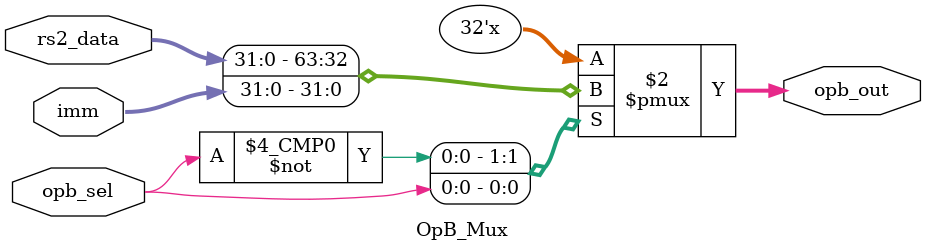
<source format=sv>
module OpB_Mux (
    input  wire [31:0] rs2_data,  // Dữ liệu từ register rs2
    input  wire [31:0] imm,        // Giá trị immediate
    input  wire        opb_sel,   // Tín hiệu chọn 1-bit
    output reg  [31:0] opb_out    // Ngõ ra 32-bit cho toán hạng B
);

    always @(*) begin
        case (opb_sel)
            1'b0: opb_out = rs2_data;  // Chọn rs2_data
            1'b1: opb_out = imm;        // Chọn PC
            default: opb_out = rs2_data; // Giá trị mặc định
        endcase
    end

endmodule

</source>
